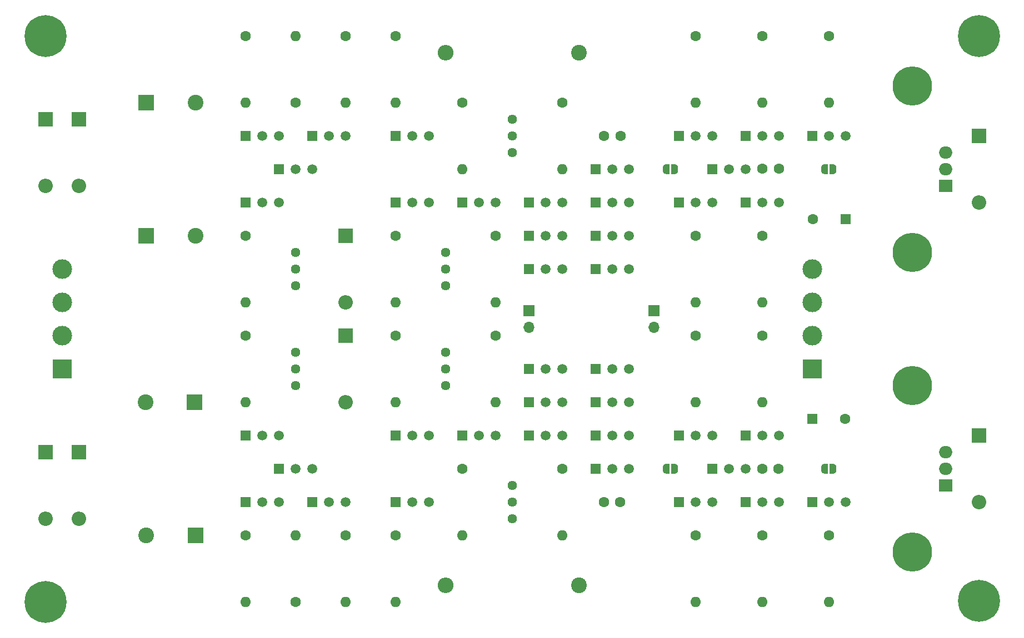
<source format=gbr>
%TF.GenerationSoftware,KiCad,Pcbnew,(5.1.10)-1*%
%TF.CreationDate,2021-11-12T11:53:13+05:30*%
%TF.ProjectId,DIscrete Linear Supply Rev4,44497363-7265-4746-9520-4c696e656172,rev?*%
%TF.SameCoordinates,Original*%
%TF.FileFunction,Soldermask,Top*%
%TF.FilePolarity,Negative*%
%FSLAX46Y46*%
G04 Gerber Fmt 4.6, Leading zero omitted, Abs format (unit mm)*
G04 Created by KiCad (PCBNEW (5.1.10)-1) date 2021-11-12 11:53:13*
%MOMM*%
%LPD*%
G01*
G04 APERTURE LIST*
%ADD10O,2.200000X2.200000*%
%ADD11R,2.200000X2.200000*%
%ADD12C,1.600000*%
%ADD13R,1.600000X1.600000*%
%ADD14C,0.100000*%
%ADD15C,0.800000*%
%ADD16C,6.400000*%
%ADD17C,3.000000*%
%ADD18R,3.000000X3.000000*%
%ADD19O,1.700000X1.700000*%
%ADD20R,1.700000X1.700000*%
%ADD21C,6.000000*%
%ADD22C,1.440000*%
%ADD23O,1.600000X1.600000*%
%ADD24O,2.400000X2.400000*%
%ADD25C,2.400000*%
%ADD26O,2.000000X1.905000*%
%ADD27R,2.000000X1.905000*%
%ADD28R,1.500000X1.500000*%
%ADD29C,1.500000*%
%ADD30R,2.400000X2.400000*%
G04 APERTURE END LIST*
D10*
%TO.C,D8*%
X274320000Y-177800000D03*
D11*
X274320000Y-167640000D03*
%TD*%
D10*
%TO.C,D7*%
X274320000Y-132080000D03*
D11*
X274320000Y-121920000D03*
%TD*%
D12*
%TO.C,C11*%
X249000000Y-134620000D03*
D13*
X254000000Y-134620000D03*
%TD*%
D14*
%TO.C,JP7*%
G36*
X250810000Y-127749398D02*
G01*
X250785466Y-127749398D01*
X250736635Y-127744588D01*
X250688510Y-127735016D01*
X250641555Y-127720772D01*
X250596222Y-127701995D01*
X250552949Y-127678864D01*
X250512150Y-127651604D01*
X250474221Y-127620476D01*
X250439524Y-127585779D01*
X250408396Y-127547850D01*
X250381136Y-127507051D01*
X250358005Y-127463778D01*
X250339228Y-127418445D01*
X250324984Y-127371490D01*
X250315412Y-127323365D01*
X250310602Y-127274534D01*
X250310602Y-127250000D01*
X250310000Y-127250000D01*
X250310000Y-126750000D01*
X250310602Y-126750000D01*
X250310602Y-126725466D01*
X250315412Y-126676635D01*
X250324984Y-126628510D01*
X250339228Y-126581555D01*
X250358005Y-126536222D01*
X250381136Y-126492949D01*
X250408396Y-126452150D01*
X250439524Y-126414221D01*
X250474221Y-126379524D01*
X250512150Y-126348396D01*
X250552949Y-126321136D01*
X250596222Y-126298005D01*
X250641555Y-126279228D01*
X250688510Y-126264984D01*
X250736635Y-126255412D01*
X250785466Y-126250602D01*
X250810000Y-126250602D01*
X250810000Y-126250000D01*
X251310000Y-126250000D01*
X251310000Y-127750000D01*
X250810000Y-127750000D01*
X250810000Y-127749398D01*
G37*
G36*
X251610000Y-126250000D02*
G01*
X252110000Y-126250000D01*
X252110000Y-126250602D01*
X252134534Y-126250602D01*
X252183365Y-126255412D01*
X252231490Y-126264984D01*
X252278445Y-126279228D01*
X252323778Y-126298005D01*
X252367051Y-126321136D01*
X252407850Y-126348396D01*
X252445779Y-126379524D01*
X252480476Y-126414221D01*
X252511604Y-126452150D01*
X252538864Y-126492949D01*
X252561995Y-126536222D01*
X252580772Y-126581555D01*
X252595016Y-126628510D01*
X252604588Y-126676635D01*
X252609398Y-126725466D01*
X252609398Y-126750000D01*
X252610000Y-126750000D01*
X252610000Y-127250000D01*
X252609398Y-127250000D01*
X252609398Y-127274534D01*
X252604588Y-127323365D01*
X252595016Y-127371490D01*
X252580772Y-127418445D01*
X252561995Y-127463778D01*
X252538864Y-127507051D01*
X252511604Y-127547850D01*
X252480476Y-127585779D01*
X252445779Y-127620476D01*
X252407850Y-127651604D01*
X252367051Y-127678864D01*
X252323778Y-127701995D01*
X252278445Y-127720772D01*
X252231490Y-127735016D01*
X252183365Y-127744588D01*
X252134534Y-127749398D01*
X252110000Y-127749398D01*
X252110000Y-127750000D01*
X251610000Y-127750000D01*
X251610000Y-126250000D01*
G37*
%TD*%
D12*
%TO.C,C12*%
X253920000Y-165100000D03*
D13*
X248920000Y-165100000D03*
%TD*%
D15*
%TO.C,H4*%
X276017056Y-191202944D03*
X274320000Y-190500000D03*
X272622944Y-191202944D03*
X271920000Y-192900000D03*
X272622944Y-194597056D03*
X274320000Y-195300000D03*
X276017056Y-194597056D03*
X276720000Y-192900000D03*
D16*
X274320000Y-192900000D03*
%TD*%
D15*
%TO.C,H3*%
X276017056Y-104982944D03*
X274320000Y-104280000D03*
X272622944Y-104982944D03*
X271920000Y-106680000D03*
X272622944Y-108377056D03*
X274320000Y-109080000D03*
X276017056Y-108377056D03*
X276720000Y-106680000D03*
D16*
X274320000Y-106680000D03*
%TD*%
D15*
%TO.C,H2*%
X133777056Y-191342944D03*
X132080000Y-190640000D03*
X130382944Y-191342944D03*
X129680000Y-193040000D03*
X130382944Y-194737056D03*
X132080000Y-195440000D03*
X133777056Y-194737056D03*
X134480000Y-193040000D03*
D16*
X132080000Y-193040000D03*
%TD*%
D15*
%TO.C,H1*%
X133777056Y-104982944D03*
X132080000Y-104280000D03*
X130382944Y-104982944D03*
X129680000Y-106680000D03*
X130382944Y-108377056D03*
X132080000Y-109080000D03*
X133777056Y-108377056D03*
X134480000Y-106680000D03*
D16*
X132080000Y-106680000D03*
%TD*%
D17*
%TO.C,J2*%
X248920000Y-142240000D03*
D18*
X248920000Y-157480000D03*
D17*
X248920000Y-147320000D03*
X248920000Y-152400000D03*
%TD*%
%TO.C,J1*%
X134620000Y-142240000D03*
D18*
X134620000Y-157480000D03*
D17*
X134620000Y-147320000D03*
X134620000Y-152400000D03*
%TD*%
D10*
%TO.C,D6*%
X137160000Y-180340000D03*
D11*
X137160000Y-170180000D03*
%TD*%
D10*
%TO.C,D5*%
X137160000Y-129540000D03*
D11*
X137160000Y-119380000D03*
%TD*%
D10*
%TO.C,D4*%
X132080000Y-180340000D03*
D11*
X132080000Y-170180000D03*
%TD*%
D10*
%TO.C,D3*%
X132080000Y-129540000D03*
D11*
X132080000Y-119380000D03*
%TD*%
D19*
%TO.C,R23*%
X224790000Y-151130000D03*
D20*
X224790000Y-148590000D03*
%TD*%
D19*
%TO.C,R12*%
X205740000Y-151130000D03*
D20*
X205740000Y-148590000D03*
%TD*%
D21*
%TO.C,HS2*%
X264160000Y-185420000D03*
X264160000Y-160020000D03*
%TD*%
%TO.C,HS1*%
X264160000Y-139700000D03*
X264160000Y-114300000D03*
%TD*%
D22*
%TO.C,RV6*%
X203200000Y-180340000D03*
X203200000Y-177800000D03*
X203200000Y-175260000D03*
%TD*%
%TO.C,RV5*%
X203200000Y-124460000D03*
X203200000Y-121920000D03*
X203200000Y-119380000D03*
%TD*%
%TO.C,RV4*%
X193040000Y-160020000D03*
X193040000Y-157480000D03*
X193040000Y-154940000D03*
%TD*%
%TO.C,RV3*%
X193040000Y-144780000D03*
X193040000Y-142240000D03*
X193040000Y-139700000D03*
%TD*%
%TO.C,RV2*%
X170180000Y-154940000D03*
X170180000Y-157480000D03*
X170180000Y-160020000D03*
%TD*%
%TO.C,RV1*%
X170180000Y-139700000D03*
X170180000Y-142240000D03*
X170180000Y-144780000D03*
%TD*%
D23*
%TO.C,R32*%
X251460000Y-193040000D03*
D12*
X251460000Y-182880000D03*
%TD*%
D23*
%TO.C,R31*%
X251460000Y-116840000D03*
D12*
X251460000Y-106680000D03*
%TD*%
D23*
%TO.C,R30*%
X241300000Y-193040000D03*
D12*
X241300000Y-182880000D03*
%TD*%
D23*
%TO.C,R29*%
X241300000Y-162560000D03*
D12*
X241300000Y-152400000D03*
%TD*%
D23*
%TO.C,R28*%
X241300000Y-147320000D03*
D12*
X241300000Y-137160000D03*
%TD*%
D23*
%TO.C,R27*%
X241300000Y-116840000D03*
D12*
X241300000Y-106680000D03*
%TD*%
D23*
%TO.C,R26*%
X231140000Y-162560000D03*
D12*
X231140000Y-152400000D03*
%TD*%
D23*
%TO.C,R25*%
X231140000Y-147320000D03*
D12*
X231140000Y-137160000D03*
%TD*%
D23*
%TO.C,R24*%
X231140000Y-193040000D03*
D12*
X231140000Y-182880000D03*
%TD*%
D23*
%TO.C,R22*%
X231140000Y-116840000D03*
D12*
X231140000Y-106680000D03*
%TD*%
D23*
%TO.C,R21*%
X210820000Y-182880000D03*
D12*
X210820000Y-172720000D03*
%TD*%
D23*
%TO.C,R20*%
X210820000Y-127000000D03*
D12*
X210820000Y-116840000D03*
%TD*%
D24*
%TO.C,R19*%
X193040000Y-190500000D03*
D25*
X213360000Y-190500000D03*
%TD*%
D24*
%TO.C,R18*%
X193040000Y-109220000D03*
D25*
X213360000Y-109220000D03*
%TD*%
D23*
%TO.C,R17*%
X195580000Y-182880000D03*
D12*
X195580000Y-172720000D03*
%TD*%
D23*
%TO.C,R16*%
X195580000Y-127000000D03*
D12*
X195580000Y-116840000D03*
%TD*%
D23*
%TO.C,R15*%
X200660000Y-162560000D03*
D12*
X200660000Y-152400000D03*
%TD*%
D23*
%TO.C,R14*%
X200660000Y-147320000D03*
D12*
X200660000Y-137160000D03*
%TD*%
D23*
%TO.C,R13*%
X185420000Y-193040000D03*
D12*
X185420000Y-182880000D03*
%TD*%
D23*
%TO.C,R11*%
X185420000Y-116840000D03*
D12*
X185420000Y-106680000D03*
%TD*%
D23*
%TO.C,R10*%
X185420000Y-162560000D03*
D12*
X185420000Y-152400000D03*
%TD*%
D23*
%TO.C,R9*%
X185420000Y-147320000D03*
D12*
X185420000Y-137160000D03*
%TD*%
D23*
%TO.C,R8*%
X177800000Y-193040000D03*
D12*
X177800000Y-182880000D03*
%TD*%
D23*
%TO.C,R7*%
X177800000Y-116840000D03*
D12*
X177800000Y-106680000D03*
%TD*%
D23*
%TO.C,R6*%
X170180000Y-182880000D03*
D12*
X170180000Y-193040000D03*
%TD*%
D23*
%TO.C,R5*%
X170180000Y-106680000D03*
D12*
X170180000Y-116840000D03*
%TD*%
D23*
%TO.C,R4*%
X162560000Y-193040000D03*
D12*
X162560000Y-182880000D03*
%TD*%
D23*
%TO.C,R3*%
X162560000Y-162560000D03*
D12*
X162560000Y-152400000D03*
%TD*%
D23*
%TO.C,R2*%
X162560000Y-147320000D03*
D12*
X162560000Y-137160000D03*
%TD*%
D23*
%TO.C,R1*%
X162560000Y-116840000D03*
D12*
X162560000Y-106680000D03*
%TD*%
D26*
%TO.C,Q42*%
X269240000Y-170180000D03*
X269240000Y-172720000D03*
D27*
X269240000Y-175260000D03*
%TD*%
D26*
%TO.C,Q41*%
X269240000Y-124460000D03*
X269240000Y-127000000D03*
D27*
X269240000Y-129540000D03*
%TD*%
D28*
%TO.C,Q40*%
X248920000Y-177800000D03*
D29*
X254000000Y-177800000D03*
X251460000Y-177800000D03*
%TD*%
D28*
%TO.C,Q39*%
X248920000Y-121920000D03*
D29*
X254000000Y-121920000D03*
X251460000Y-121920000D03*
%TD*%
D28*
%TO.C,Q38*%
X238760000Y-177800000D03*
D29*
X243840000Y-177800000D03*
X241300000Y-177800000D03*
%TD*%
D28*
%TO.C,Q37*%
X238760000Y-167640000D03*
D29*
X243840000Y-167640000D03*
X241300000Y-167640000D03*
%TD*%
D28*
%TO.C,Q36*%
X238760000Y-132080000D03*
D29*
X243840000Y-132080000D03*
X241300000Y-132080000D03*
%TD*%
D28*
%TO.C,Q35*%
X238760000Y-121920000D03*
D29*
X243840000Y-121920000D03*
X241300000Y-121920000D03*
%TD*%
D28*
%TO.C,Q34*%
X233680000Y-172720000D03*
D29*
X238760000Y-172720000D03*
X236220000Y-172720000D03*
%TD*%
D28*
%TO.C,Q33*%
X233680000Y-127000000D03*
D29*
X238760000Y-127000000D03*
X236220000Y-127000000D03*
%TD*%
D28*
%TO.C,Q32*%
X228600000Y-167640000D03*
D29*
X233680000Y-167640000D03*
X231140000Y-167640000D03*
%TD*%
D28*
%TO.C,Q31*%
X228600000Y-132080000D03*
D29*
X233680000Y-132080000D03*
X231140000Y-132080000D03*
%TD*%
D28*
%TO.C,Q30*%
X228600000Y-177800000D03*
D29*
X233680000Y-177800000D03*
X231140000Y-177800000D03*
%TD*%
D28*
%TO.C,Q29*%
X228600000Y-121920000D03*
D29*
X233680000Y-121920000D03*
X231140000Y-121920000D03*
%TD*%
D28*
%TO.C,Q28*%
X215900000Y-172720000D03*
D29*
X220980000Y-172720000D03*
X218440000Y-172720000D03*
%TD*%
D28*
%TO.C,Q27*%
X215900000Y-127000000D03*
D29*
X220980000Y-127000000D03*
X218440000Y-127000000D03*
%TD*%
D28*
%TO.C,Q26*%
X215900000Y-167640000D03*
D29*
X220980000Y-167640000D03*
X218440000Y-167640000D03*
%TD*%
D28*
%TO.C,Q25*%
X215900000Y-162560000D03*
D29*
X220980000Y-162560000D03*
X218440000Y-162560000D03*
%TD*%
D28*
%TO.C,Q24*%
X215900000Y-157480000D03*
D29*
X220980000Y-157480000D03*
X218440000Y-157480000D03*
%TD*%
D28*
%TO.C,Q23*%
X215900000Y-142240000D03*
D29*
X220980000Y-142240000D03*
X218440000Y-142240000D03*
%TD*%
D28*
%TO.C,Q22*%
X215900000Y-137160000D03*
D29*
X220980000Y-137160000D03*
X218440000Y-137160000D03*
%TD*%
D28*
%TO.C,Q21*%
X215900000Y-132080000D03*
D29*
X220980000Y-132080000D03*
X218440000Y-132080000D03*
%TD*%
D28*
%TO.C,Q20*%
X205740000Y-167640000D03*
D29*
X210820000Y-167640000D03*
X208280000Y-167640000D03*
%TD*%
D28*
%TO.C,Q19*%
X205740000Y-162560000D03*
D29*
X210820000Y-162560000D03*
X208280000Y-162560000D03*
%TD*%
D28*
%TO.C,Q18*%
X205740000Y-157480000D03*
D29*
X210820000Y-157480000D03*
X208280000Y-157480000D03*
%TD*%
D28*
%TO.C,Q17*%
X205740000Y-142240000D03*
D29*
X210820000Y-142240000D03*
X208280000Y-142240000D03*
%TD*%
D28*
%TO.C,Q16*%
X205740000Y-137160000D03*
D29*
X210820000Y-137160000D03*
X208280000Y-137160000D03*
%TD*%
D28*
%TO.C,Q15*%
X205740000Y-132080000D03*
D29*
X210820000Y-132080000D03*
X208280000Y-132080000D03*
%TD*%
D28*
%TO.C,Q14*%
X195580000Y-167640000D03*
D29*
X200660000Y-167640000D03*
X198120000Y-167640000D03*
%TD*%
D28*
%TO.C,Q13*%
X195580000Y-132080000D03*
D29*
X200660000Y-132080000D03*
X198120000Y-132080000D03*
%TD*%
D28*
%TO.C,Q12*%
X185420000Y-167640000D03*
D29*
X190500000Y-167640000D03*
X187960000Y-167640000D03*
%TD*%
D28*
%TO.C,Q11*%
X185420000Y-132080000D03*
D29*
X190500000Y-132080000D03*
X187960000Y-132080000D03*
%TD*%
D28*
%TO.C,Q10*%
X185420000Y-177800000D03*
D29*
X190500000Y-177800000D03*
X187960000Y-177800000D03*
%TD*%
D28*
%TO.C,Q9*%
X185420000Y-121920000D03*
D29*
X190500000Y-121920000D03*
X187960000Y-121920000D03*
%TD*%
D28*
%TO.C,Q8*%
X172720000Y-177800000D03*
D29*
X177800000Y-177800000D03*
X175260000Y-177800000D03*
%TD*%
D28*
%TO.C,Q7*%
X172720000Y-121920000D03*
D29*
X177800000Y-121920000D03*
X175260000Y-121920000D03*
%TD*%
D28*
%TO.C,Q6*%
X167640000Y-172720000D03*
D29*
X172720000Y-172720000D03*
X170180000Y-172720000D03*
%TD*%
D28*
%TO.C,Q5*%
X167640000Y-127000000D03*
D29*
X172720000Y-127000000D03*
X170180000Y-127000000D03*
%TD*%
D28*
%TO.C,Q4*%
X162560000Y-177800000D03*
D29*
X167640000Y-177800000D03*
X165100000Y-177800000D03*
%TD*%
D28*
%TO.C,Q3*%
X162560000Y-167640000D03*
D29*
X167640000Y-167640000D03*
X165100000Y-167640000D03*
%TD*%
D28*
%TO.C,Q2*%
X162560000Y-132080000D03*
D29*
X167640000Y-132080000D03*
X165100000Y-132080000D03*
%TD*%
D28*
%TO.C,Q1*%
X162560000Y-121920000D03*
D29*
X167640000Y-121920000D03*
X165100000Y-121920000D03*
%TD*%
D14*
%TO.C,JP8*%
G36*
X252110000Y-171970602D02*
G01*
X252134534Y-171970602D01*
X252183365Y-171975412D01*
X252231490Y-171984984D01*
X252278445Y-171999228D01*
X252323778Y-172018005D01*
X252367051Y-172041136D01*
X252407850Y-172068396D01*
X252445779Y-172099524D01*
X252480476Y-172134221D01*
X252511604Y-172172150D01*
X252538864Y-172212949D01*
X252561995Y-172256222D01*
X252580772Y-172301555D01*
X252595016Y-172348510D01*
X252604588Y-172396635D01*
X252609398Y-172445466D01*
X252609398Y-172470000D01*
X252610000Y-172470000D01*
X252610000Y-172970000D01*
X252609398Y-172970000D01*
X252609398Y-172994534D01*
X252604588Y-173043365D01*
X252595016Y-173091490D01*
X252580772Y-173138445D01*
X252561995Y-173183778D01*
X252538864Y-173227051D01*
X252511604Y-173267850D01*
X252480476Y-173305779D01*
X252445779Y-173340476D01*
X252407850Y-173371604D01*
X252367051Y-173398864D01*
X252323778Y-173421995D01*
X252278445Y-173440772D01*
X252231490Y-173455016D01*
X252183365Y-173464588D01*
X252134534Y-173469398D01*
X252110000Y-173469398D01*
X252110000Y-173470000D01*
X251610000Y-173470000D01*
X251610000Y-171970000D01*
X252110000Y-171970000D01*
X252110000Y-171970602D01*
G37*
G36*
X251310000Y-173470000D02*
G01*
X250810000Y-173470000D01*
X250810000Y-173469398D01*
X250785466Y-173469398D01*
X250736635Y-173464588D01*
X250688510Y-173455016D01*
X250641555Y-173440772D01*
X250596222Y-173421995D01*
X250552949Y-173398864D01*
X250512150Y-173371604D01*
X250474221Y-173340476D01*
X250439524Y-173305779D01*
X250408396Y-173267850D01*
X250381136Y-173227051D01*
X250358005Y-173183778D01*
X250339228Y-173138445D01*
X250324984Y-173091490D01*
X250315412Y-173043365D01*
X250310602Y-172994534D01*
X250310602Y-172970000D01*
X250310000Y-172970000D01*
X250310000Y-172470000D01*
X250310602Y-172470000D01*
X250310602Y-172445466D01*
X250315412Y-172396635D01*
X250324984Y-172348510D01*
X250339228Y-172301555D01*
X250358005Y-172256222D01*
X250381136Y-172212949D01*
X250408396Y-172172150D01*
X250439524Y-172134221D01*
X250474221Y-172099524D01*
X250512150Y-172068396D01*
X250552949Y-172041136D01*
X250596222Y-172018005D01*
X250641555Y-171999228D01*
X250688510Y-171984984D01*
X250736635Y-171975412D01*
X250785466Y-171970602D01*
X250810000Y-171970602D01*
X250810000Y-171970000D01*
X251310000Y-171970000D01*
X251310000Y-173470000D01*
G37*
%TD*%
%TO.C,JP6*%
G36*
X227980000Y-171970602D02*
G01*
X228004534Y-171970602D01*
X228053365Y-171975412D01*
X228101490Y-171984984D01*
X228148445Y-171999228D01*
X228193778Y-172018005D01*
X228237051Y-172041136D01*
X228277850Y-172068396D01*
X228315779Y-172099524D01*
X228350476Y-172134221D01*
X228381604Y-172172150D01*
X228408864Y-172212949D01*
X228431995Y-172256222D01*
X228450772Y-172301555D01*
X228465016Y-172348510D01*
X228474588Y-172396635D01*
X228479398Y-172445466D01*
X228479398Y-172470000D01*
X228480000Y-172470000D01*
X228480000Y-172970000D01*
X228479398Y-172970000D01*
X228479398Y-172994534D01*
X228474588Y-173043365D01*
X228465016Y-173091490D01*
X228450772Y-173138445D01*
X228431995Y-173183778D01*
X228408864Y-173227051D01*
X228381604Y-173267850D01*
X228350476Y-173305779D01*
X228315779Y-173340476D01*
X228277850Y-173371604D01*
X228237051Y-173398864D01*
X228193778Y-173421995D01*
X228148445Y-173440772D01*
X228101490Y-173455016D01*
X228053365Y-173464588D01*
X228004534Y-173469398D01*
X227980000Y-173469398D01*
X227980000Y-173470000D01*
X227480000Y-173470000D01*
X227480000Y-171970000D01*
X227980000Y-171970000D01*
X227980000Y-171970602D01*
G37*
G36*
X227180000Y-173470000D02*
G01*
X226680000Y-173470000D01*
X226680000Y-173469398D01*
X226655466Y-173469398D01*
X226606635Y-173464588D01*
X226558510Y-173455016D01*
X226511555Y-173440772D01*
X226466222Y-173421995D01*
X226422949Y-173398864D01*
X226382150Y-173371604D01*
X226344221Y-173340476D01*
X226309524Y-173305779D01*
X226278396Y-173267850D01*
X226251136Y-173227051D01*
X226228005Y-173183778D01*
X226209228Y-173138445D01*
X226194984Y-173091490D01*
X226185412Y-173043365D01*
X226180602Y-172994534D01*
X226180602Y-172970000D01*
X226180000Y-172970000D01*
X226180000Y-172470000D01*
X226180602Y-172470000D01*
X226180602Y-172445466D01*
X226185412Y-172396635D01*
X226194984Y-172348510D01*
X226209228Y-172301555D01*
X226228005Y-172256222D01*
X226251136Y-172212949D01*
X226278396Y-172172150D01*
X226309524Y-172134221D01*
X226344221Y-172099524D01*
X226382150Y-172068396D01*
X226422949Y-172041136D01*
X226466222Y-172018005D01*
X226511555Y-171999228D01*
X226558510Y-171984984D01*
X226606635Y-171975412D01*
X226655466Y-171970602D01*
X226680000Y-171970602D01*
X226680000Y-171970000D01*
X227180000Y-171970000D01*
X227180000Y-173470000D01*
G37*
%TD*%
%TO.C,JP5*%
G36*
X227980000Y-126250602D02*
G01*
X228004534Y-126250602D01*
X228053365Y-126255412D01*
X228101490Y-126264984D01*
X228148445Y-126279228D01*
X228193778Y-126298005D01*
X228237051Y-126321136D01*
X228277850Y-126348396D01*
X228315779Y-126379524D01*
X228350476Y-126414221D01*
X228381604Y-126452150D01*
X228408864Y-126492949D01*
X228431995Y-126536222D01*
X228450772Y-126581555D01*
X228465016Y-126628510D01*
X228474588Y-126676635D01*
X228479398Y-126725466D01*
X228479398Y-126750000D01*
X228480000Y-126750000D01*
X228480000Y-127250000D01*
X228479398Y-127250000D01*
X228479398Y-127274534D01*
X228474588Y-127323365D01*
X228465016Y-127371490D01*
X228450772Y-127418445D01*
X228431995Y-127463778D01*
X228408864Y-127507051D01*
X228381604Y-127547850D01*
X228350476Y-127585779D01*
X228315779Y-127620476D01*
X228277850Y-127651604D01*
X228237051Y-127678864D01*
X228193778Y-127701995D01*
X228148445Y-127720772D01*
X228101490Y-127735016D01*
X228053365Y-127744588D01*
X228004534Y-127749398D01*
X227980000Y-127749398D01*
X227980000Y-127750000D01*
X227480000Y-127750000D01*
X227480000Y-126250000D01*
X227980000Y-126250000D01*
X227980000Y-126250602D01*
G37*
G36*
X227180000Y-127750000D02*
G01*
X226680000Y-127750000D01*
X226680000Y-127749398D01*
X226655466Y-127749398D01*
X226606635Y-127744588D01*
X226558510Y-127735016D01*
X226511555Y-127720772D01*
X226466222Y-127701995D01*
X226422949Y-127678864D01*
X226382150Y-127651604D01*
X226344221Y-127620476D01*
X226309524Y-127585779D01*
X226278396Y-127547850D01*
X226251136Y-127507051D01*
X226228005Y-127463778D01*
X226209228Y-127418445D01*
X226194984Y-127371490D01*
X226185412Y-127323365D01*
X226180602Y-127274534D01*
X226180602Y-127250000D01*
X226180000Y-127250000D01*
X226180000Y-126750000D01*
X226180602Y-126750000D01*
X226180602Y-126725466D01*
X226185412Y-126676635D01*
X226194984Y-126628510D01*
X226209228Y-126581555D01*
X226228005Y-126536222D01*
X226251136Y-126492949D01*
X226278396Y-126452150D01*
X226309524Y-126414221D01*
X226344221Y-126379524D01*
X226382150Y-126348396D01*
X226422949Y-126321136D01*
X226466222Y-126298005D01*
X226511555Y-126279228D01*
X226558510Y-126264984D01*
X226606635Y-126255412D01*
X226655466Y-126250602D01*
X226680000Y-126250602D01*
X226680000Y-126250000D01*
X227180000Y-126250000D01*
X227180000Y-127750000D01*
G37*
%TD*%
D10*
%TO.C,D2*%
X177800000Y-162560000D03*
D11*
X177800000Y-152400000D03*
%TD*%
D10*
%TO.C,D1*%
X177800000Y-147320000D03*
D11*
X177800000Y-137160000D03*
%TD*%
D12*
%TO.C,C10*%
X243800000Y-172720000D03*
X241300000Y-172720000D03*
%TD*%
%TO.C,C9*%
X241340000Y-126960000D03*
X243840000Y-126960000D03*
%TD*%
%TO.C,C8*%
X217170000Y-177800000D03*
X219670000Y-177800000D03*
%TD*%
%TO.C,C7*%
X217210000Y-121920000D03*
X219710000Y-121920000D03*
%TD*%
D25*
%TO.C,C6*%
X147320000Y-162560000D03*
D30*
X154820000Y-162560000D03*
%TD*%
D25*
%TO.C,C5*%
X154940000Y-116840000D03*
D30*
X147440000Y-116840000D03*
%TD*%
D25*
%TO.C,C4*%
X147440000Y-182880000D03*
D30*
X154940000Y-182880000D03*
%TD*%
D25*
%TO.C,C3*%
X154940000Y-137160000D03*
D30*
X147440000Y-137160000D03*
%TD*%
M02*

</source>
